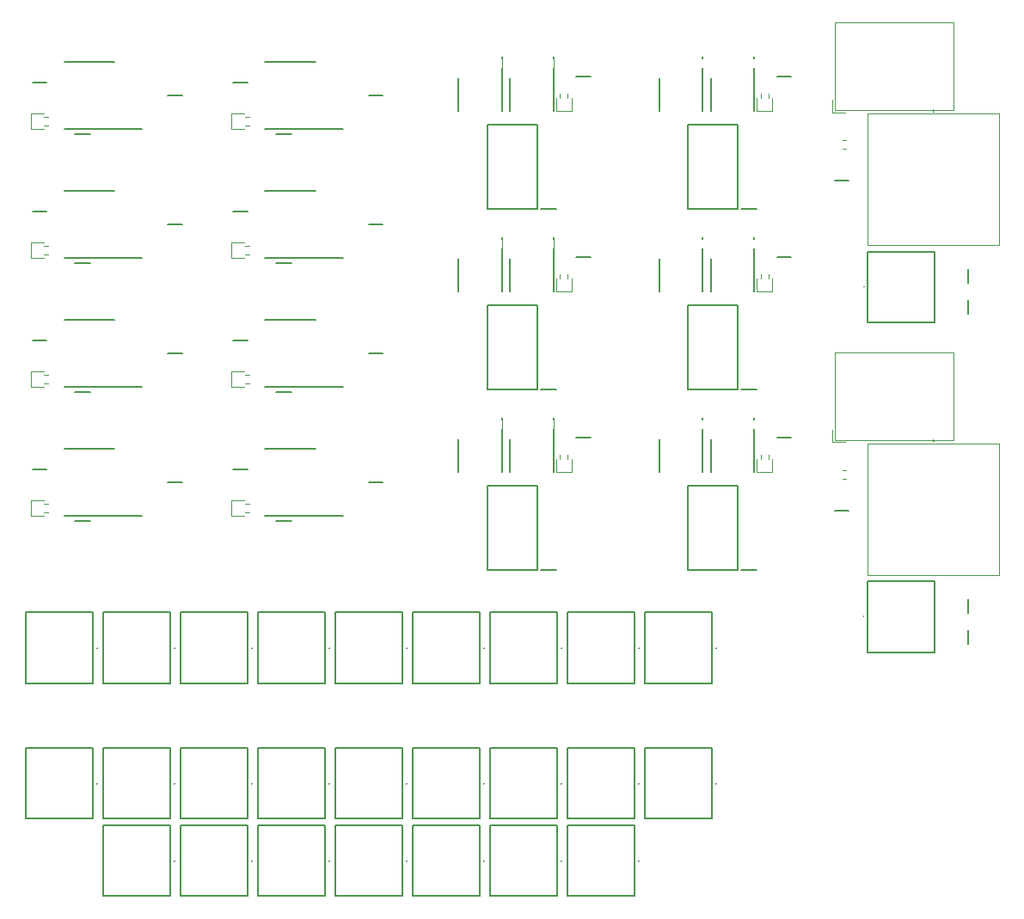
<source format=gto>
G04 #@! TF.GenerationSoftware,KiCad,Pcbnew,(5.1.8)-1*
G04 #@! TF.CreationDate,2021-05-15T20:45:05+09:00*
G04 #@! TF.ProjectId,test,74657374-2e6b-4696-9361-645f70636258,rev?*
G04 #@! TF.SameCoordinates,PX4c80f60PY7d04650*
G04 #@! TF.FileFunction,Legend,Top*
G04 #@! TF.FilePolarity,Positive*
%FSLAX46Y46*%
G04 Gerber Fmt 4.6, Leading zero omitted, Abs format (unit mm)*
G04 Created by KiCad (PCBNEW (5.1.8)-1) date 2021-05-15 20:45:05*
%MOMM*%
%LPD*%
G01*
G04 APERTURE LIST*
%ADD10C,0.120000*%
%ADD11C,0.200000*%
%ADD12C,0.100000*%
%ADD13C,1.120000*%
%ADD14R,1.700000X1.700000*%
%ADD15C,1.700000*%
%ADD16O,1.700000X1.700000*%
%ADD17R,0.800000X0.800000*%
%ADD18O,1.500000X2.300000*%
%ADD19R,1.500000X2.300000*%
%ADD20R,0.970000X1.470000*%
%ADD21R,1.145000X1.000000*%
%ADD22R,1.000000X1.145000*%
%ADD23R,2.400000X1.145000*%
%ADD24R,1.145000X2.400000*%
%ADD25R,4.190000X1.905000*%
%ADD26R,1.905000X4.190000*%
%ADD27R,1.050000X1.800000*%
%ADD28R,1.800000X1.050000*%
%ADD29R,1.850000X2.900000*%
%ADD30R,0.750000X0.940000*%
%ADD31R,1.525000X0.450000*%
%ADD32R,1.525000X0.650000*%
%ADD33R,2.390000X2.390000*%
%ADD34R,3.500000X1.850000*%
G04 APERTURE END LIST*
D10*
X74072000Y60166000D02*
X72548000Y60166000D01*
X74072000Y61436000D02*
X74072000Y60166000D01*
X72548000Y60166000D02*
X72548000Y61436000D01*
X74072000Y42386000D02*
X72548000Y42386000D01*
X72548000Y77946000D02*
X72548000Y79216000D01*
X74072000Y43656000D02*
X74072000Y42386000D01*
X74072000Y79216000D02*
X74072000Y77946000D01*
X74072000Y77946000D02*
X72548000Y77946000D01*
X72548000Y42386000D02*
X72548000Y43656000D01*
X54292000Y60166000D02*
X52768000Y60166000D01*
X54292000Y61436000D02*
X54292000Y60166000D01*
X52768000Y60166000D02*
X52768000Y61436000D01*
X54292000Y42386000D02*
X52768000Y42386000D01*
X52768000Y77946000D02*
X52768000Y79216000D01*
X54292000Y43656000D02*
X54292000Y42386000D01*
X54292000Y79216000D02*
X54292000Y77946000D01*
X54292000Y77946000D02*
X52768000Y77946000D01*
X52768000Y42386000D02*
X52768000Y43656000D01*
X20796000Y52292000D02*
X20796000Y50768000D01*
X22066000Y64992000D02*
X20796000Y64992000D01*
X20796000Y76168000D02*
X22066000Y76168000D01*
X20796000Y38068000D02*
X22066000Y38068000D01*
X20796000Y64992000D02*
X20796000Y63468000D01*
X20796000Y50768000D02*
X22066000Y50768000D01*
X22066000Y52292000D02*
X20796000Y52292000D01*
X20796000Y63468000D02*
X22066000Y63468000D01*
X22066000Y39592000D02*
X20796000Y39592000D01*
X20796000Y77692000D02*
X20796000Y76168000D01*
X20796000Y39592000D02*
X20796000Y38068000D01*
X22066000Y77692000D02*
X20796000Y77692000D01*
X1016000Y64992000D02*
X1016000Y63468000D01*
X1016000Y63468000D02*
X2286000Y63468000D01*
X2286000Y52292000D02*
X1016000Y52292000D01*
X1016000Y50768000D02*
X2286000Y50768000D01*
X2286000Y39592000D02*
X1016000Y39592000D01*
X1016000Y77692000D02*
X1016000Y76168000D01*
X2286000Y77692000D02*
X1016000Y77692000D01*
X1016000Y39592000D02*
X1016000Y38068000D01*
X2286000Y64992000D02*
X1016000Y64992000D01*
X1016000Y76168000D02*
X2286000Y76168000D01*
X1016000Y52292000D02*
X1016000Y50768000D01*
X1016000Y38068000D02*
X2286000Y38068000D01*
D11*
X52830000Y21585000D02*
X52830000Y28575000D01*
X52830000Y28575000D02*
X46230000Y28575000D01*
X46230000Y28575000D02*
X46230000Y21585000D01*
X46230000Y21585000D02*
X52830000Y21585000D01*
X53309000Y25043000D02*
G75*
G03*
X53309000Y25043000I-57000J0D01*
G01*
X68549000Y11708000D02*
G75*
G03*
X68549000Y11708000I-57000J0D01*
G01*
X61470000Y8250000D02*
X68070000Y8250000D01*
X61470000Y15240000D02*
X61470000Y8250000D01*
X68070000Y15240000D02*
X61470000Y15240000D01*
X68070000Y8250000D02*
X68070000Y15240000D01*
X37590000Y21585000D02*
X37590000Y28575000D01*
X37590000Y28575000D02*
X30990000Y28575000D01*
X30990000Y28575000D02*
X30990000Y21585000D01*
X30990000Y21585000D02*
X37590000Y21585000D01*
X38069000Y25043000D02*
G75*
G03*
X38069000Y25043000I-57000J0D01*
G01*
X22350000Y21585000D02*
X22350000Y28575000D01*
X22350000Y28575000D02*
X15750000Y28575000D01*
X15750000Y28575000D02*
X15750000Y21585000D01*
X15750000Y21585000D02*
X22350000Y21585000D01*
X22829000Y25043000D02*
G75*
G03*
X22829000Y25043000I-57000J0D01*
G01*
X7589000Y25043000D02*
G75*
G03*
X7589000Y25043000I-57000J0D01*
G01*
X510000Y21585000D02*
X7110000Y21585000D01*
X510000Y28575000D02*
X510000Y21585000D01*
X7110000Y28575000D02*
X510000Y28575000D01*
X7110000Y21585000D02*
X7110000Y28575000D01*
X60929000Y25043000D02*
G75*
G03*
X60929000Y25043000I-57000J0D01*
G01*
X53850000Y21585000D02*
X60450000Y21585000D01*
X53850000Y28575000D02*
X53850000Y21585000D01*
X60450000Y28575000D02*
X53850000Y28575000D01*
X60450000Y21585000D02*
X60450000Y28575000D01*
X45689000Y25043000D02*
G75*
G03*
X45689000Y25043000I-57000J0D01*
G01*
X38610000Y21585000D02*
X45210000Y21585000D01*
X38610000Y28575000D02*
X38610000Y21585000D01*
X45210000Y28575000D02*
X38610000Y28575000D01*
X45210000Y21585000D02*
X45210000Y28575000D01*
X30449000Y25043000D02*
G75*
G03*
X30449000Y25043000I-57000J0D01*
G01*
X23370000Y21585000D02*
X29970000Y21585000D01*
X23370000Y28575000D02*
X23370000Y21585000D01*
X29970000Y28575000D02*
X23370000Y28575000D01*
X29970000Y21585000D02*
X29970000Y28575000D01*
X15209000Y25043000D02*
G75*
G03*
X15209000Y25043000I-57000J0D01*
G01*
X8130000Y21585000D02*
X14730000Y21585000D01*
X8130000Y28575000D02*
X8130000Y21585000D01*
X14730000Y28575000D02*
X8130000Y28575000D01*
X14730000Y21585000D02*
X14730000Y28575000D01*
X38069000Y4088000D02*
G75*
G03*
X38069000Y4088000I-57000J0D01*
G01*
X30990000Y630000D02*
X37590000Y630000D01*
X30990000Y7620000D02*
X30990000Y630000D01*
X37590000Y7620000D02*
X30990000Y7620000D01*
X37590000Y630000D02*
X37590000Y7620000D01*
X29970000Y630000D02*
X29970000Y7620000D01*
X29970000Y7620000D02*
X23370000Y7620000D01*
X23370000Y7620000D02*
X23370000Y630000D01*
X23370000Y630000D02*
X29970000Y630000D01*
X30449000Y4088000D02*
G75*
G03*
X30449000Y4088000I-57000J0D01*
G01*
X22829000Y11708000D02*
G75*
G03*
X22829000Y11708000I-57000J0D01*
G01*
X15750000Y8250000D02*
X22350000Y8250000D01*
X15750000Y15240000D02*
X15750000Y8250000D01*
X22350000Y15240000D02*
X15750000Y15240000D01*
X22350000Y8250000D02*
X22350000Y15240000D01*
X7589000Y11708000D02*
G75*
G03*
X7589000Y11708000I-57000J0D01*
G01*
X510000Y8250000D02*
X7110000Y8250000D01*
X510000Y15240000D02*
X510000Y8250000D01*
X7110000Y15240000D02*
X510000Y15240000D01*
X7110000Y8250000D02*
X7110000Y15240000D01*
X60450000Y630000D02*
X60450000Y7620000D01*
X60450000Y7620000D02*
X53850000Y7620000D01*
X53850000Y7620000D02*
X53850000Y630000D01*
X53850000Y630000D02*
X60450000Y630000D01*
X60929000Y4088000D02*
G75*
G03*
X60929000Y4088000I-57000J0D01*
G01*
X14730000Y630000D02*
X14730000Y7620000D01*
X14730000Y7620000D02*
X8130000Y7620000D01*
X8130000Y7620000D02*
X8130000Y630000D01*
X8130000Y630000D02*
X14730000Y630000D01*
X15209000Y4088000D02*
G75*
G03*
X15209000Y4088000I-57000J0D01*
G01*
X45210000Y8250000D02*
X45210000Y15240000D01*
X45210000Y15240000D02*
X38610000Y15240000D01*
X38610000Y15240000D02*
X38610000Y8250000D01*
X38610000Y8250000D02*
X45210000Y8250000D01*
X45689000Y11708000D02*
G75*
G03*
X45689000Y11708000I-57000J0D01*
G01*
X53309000Y11708000D02*
G75*
G03*
X53309000Y11708000I-57000J0D01*
G01*
X46230000Y8250000D02*
X52830000Y8250000D01*
X46230000Y15240000D02*
X46230000Y8250000D01*
X52830000Y15240000D02*
X46230000Y15240000D01*
X52830000Y8250000D02*
X52830000Y15240000D01*
X14730000Y8250000D02*
X14730000Y15240000D01*
X14730000Y15240000D02*
X8130000Y15240000D01*
X8130000Y15240000D02*
X8130000Y8250000D01*
X8130000Y8250000D02*
X14730000Y8250000D01*
X15209000Y11708000D02*
G75*
G03*
X15209000Y11708000I-57000J0D01*
G01*
X53309000Y4088000D02*
G75*
G03*
X53309000Y4088000I-57000J0D01*
G01*
X46230000Y630000D02*
X52830000Y630000D01*
X46230000Y7620000D02*
X46230000Y630000D01*
X52830000Y7620000D02*
X46230000Y7620000D01*
X52830000Y630000D02*
X52830000Y7620000D01*
X45210000Y630000D02*
X45210000Y7620000D01*
X45210000Y7620000D02*
X38610000Y7620000D01*
X38610000Y7620000D02*
X38610000Y630000D01*
X38610000Y630000D02*
X45210000Y630000D01*
X45689000Y4088000D02*
G75*
G03*
X45689000Y4088000I-57000J0D01*
G01*
X29970000Y8250000D02*
X29970000Y15240000D01*
X29970000Y15240000D02*
X23370000Y15240000D01*
X23370000Y15240000D02*
X23370000Y8250000D01*
X23370000Y8250000D02*
X29970000Y8250000D01*
X30449000Y11708000D02*
G75*
G03*
X30449000Y11708000I-57000J0D01*
G01*
X38069000Y11708000D02*
G75*
G03*
X38069000Y11708000I-57000J0D01*
G01*
X30990000Y8250000D02*
X37590000Y8250000D01*
X30990000Y15240000D02*
X30990000Y8250000D01*
X37590000Y15240000D02*
X30990000Y15240000D01*
X37590000Y8250000D02*
X37590000Y15240000D01*
X60450000Y8250000D02*
X60450000Y15240000D01*
X60450000Y15240000D02*
X53850000Y15240000D01*
X53850000Y15240000D02*
X53850000Y8250000D01*
X53850000Y8250000D02*
X60450000Y8250000D01*
X60929000Y11708000D02*
G75*
G03*
X60929000Y11708000I-57000J0D01*
G01*
X22829000Y4088000D02*
G75*
G03*
X22829000Y4088000I-57000J0D01*
G01*
X15750000Y630000D02*
X22350000Y630000D01*
X15750000Y7620000D02*
X15750000Y630000D01*
X22350000Y7620000D02*
X15750000Y7620000D01*
X22350000Y630000D02*
X22350000Y7620000D01*
X68070000Y21585000D02*
X68070000Y28575000D01*
X68070000Y28575000D02*
X61470000Y28575000D01*
X61470000Y28575000D02*
X61470000Y21585000D01*
X61470000Y21585000D02*
X68070000Y21585000D01*
X68549000Y25043000D02*
G75*
G03*
X68549000Y25043000I-57000J0D01*
G01*
D12*
X81352000Y41764000D02*
X80952000Y41764000D01*
X81352000Y42564000D02*
X80952000Y42564000D01*
D11*
X83440000Y31628000D02*
X83440000Y24638000D01*
X83440000Y24638000D02*
X90040000Y24638000D01*
X90040000Y24638000D02*
X90040000Y31628000D01*
X90040000Y31628000D02*
X83440000Y31628000D01*
X83075000Y28170000D02*
G75*
G03*
X83075000Y28170000I-57000J0D01*
G01*
D10*
X79954000Y45325000D02*
X81194000Y45325000D01*
X79954000Y46565000D02*
X79954000Y45325000D01*
X91915000Y54185000D02*
X91915000Y45565000D01*
X80194000Y54185000D02*
X80194000Y45565000D01*
X80194000Y45565000D02*
X91915000Y45565000D01*
X80194000Y54185000D02*
X91915000Y54185000D01*
X96415000Y45235000D02*
X83415000Y45235000D01*
X96415000Y32235000D02*
X96415000Y45235000D01*
X83415000Y32235000D02*
X96415000Y32235000D01*
X83415000Y45235000D02*
X83415000Y32235000D01*
D11*
X89915000Y45535000D02*
X89915000Y45535000D01*
X89915000Y45435000D02*
X89915000Y45435000D01*
X89915000Y45535000D02*
X89915000Y45535000D01*
X89915000Y45435000D02*
G75*
G02*
X89915000Y45535000I0J50000D01*
G01*
X89915000Y45535000D02*
G75*
G02*
X89915000Y45435000I0J-50000D01*
G01*
X89915000Y45435000D02*
G75*
G02*
X89915000Y45535000I0J50000D01*
G01*
X93344000Y25462000D02*
X93344000Y26862000D01*
X81598000Y38608000D02*
X80198000Y38608000D01*
X93344000Y29910000D02*
X93344000Y28510000D01*
D12*
X81352000Y74244000D02*
X80952000Y74244000D01*
X81352000Y75044000D02*
X80952000Y75044000D01*
D11*
X83440000Y64108000D02*
X83440000Y57118000D01*
X83440000Y57118000D02*
X90040000Y57118000D01*
X90040000Y57118000D02*
X90040000Y64108000D01*
X90040000Y64108000D02*
X83440000Y64108000D01*
X83075000Y60650000D02*
G75*
G03*
X83075000Y60650000I-57000J0D01*
G01*
D10*
X79954000Y77805000D02*
X81194000Y77805000D01*
X79954000Y79045000D02*
X79954000Y77805000D01*
X91915000Y86665000D02*
X91915000Y78045000D01*
X80194000Y86665000D02*
X80194000Y78045000D01*
X80194000Y78045000D02*
X91915000Y78045000D01*
X80194000Y86665000D02*
X91915000Y86665000D01*
X96415000Y77715000D02*
X83415000Y77715000D01*
X96415000Y64715000D02*
X96415000Y77715000D01*
X83415000Y64715000D02*
X96415000Y64715000D01*
X83415000Y77715000D02*
X83415000Y64715000D01*
D11*
X89915000Y78015000D02*
X89915000Y78015000D01*
X89915000Y77915000D02*
X89915000Y77915000D01*
X89915000Y78015000D02*
X89915000Y78015000D01*
X89915000Y77915000D02*
G75*
G02*
X89915000Y78015000I0J50000D01*
G01*
X89915000Y78015000D02*
G75*
G02*
X89915000Y77915000I0J-50000D01*
G01*
X89915000Y77915000D02*
G75*
G02*
X89915000Y78015000I0J50000D01*
G01*
X93344000Y57942000D02*
X93344000Y59342000D01*
X81598000Y71088000D02*
X80198000Y71088000D01*
X93344000Y62390000D02*
X93344000Y60990000D01*
X72285000Y47745000D02*
X72285000Y42395000D01*
X67985000Y45620000D02*
X67985000Y42395000D01*
X74515000Y63595000D02*
X75915000Y63595000D01*
D12*
X73710000Y43710000D02*
X73710000Y44110000D01*
X72910000Y43710000D02*
X72910000Y44110000D01*
D11*
X72285000Y65525000D02*
X72285000Y60175000D01*
X67985000Y63400000D02*
X67985000Y60175000D01*
X70680000Y68335000D02*
X65780000Y68335000D01*
X65780000Y68335000D02*
X65780000Y76635000D01*
X65780000Y76635000D02*
X70680000Y76635000D01*
X70680000Y76635000D02*
X70680000Y68335000D01*
X72555000Y68335000D02*
X71030000Y68335000D01*
X74515000Y45815000D02*
X75915000Y45815000D01*
D12*
X72910000Y79270000D02*
X72910000Y79670000D01*
X73710000Y79270000D02*
X73710000Y79670000D01*
D11*
X74515000Y81375000D02*
X75915000Y81375000D01*
X72555000Y50555000D02*
X71030000Y50555000D01*
X70680000Y58855000D02*
X70680000Y50555000D01*
X65780000Y58855000D02*
X70680000Y58855000D01*
X65780000Y50555000D02*
X65780000Y58855000D01*
X70680000Y50555000D02*
X65780000Y50555000D01*
D12*
X73710000Y61490000D02*
X73710000Y61890000D01*
X72910000Y61490000D02*
X72910000Y61890000D01*
D11*
X70680000Y32775000D02*
X65780000Y32775000D01*
X65780000Y32775000D02*
X65780000Y41075000D01*
X65780000Y41075000D02*
X70680000Y41075000D01*
X70680000Y41075000D02*
X70680000Y32775000D01*
X72555000Y32775000D02*
X71030000Y32775000D01*
X67985000Y81180000D02*
X67985000Y77955000D01*
X72285000Y83305000D02*
X72285000Y77955000D01*
X62905000Y81180000D02*
X62905000Y77955000D01*
X67205000Y83305000D02*
X67205000Y77955000D01*
X62905000Y45620000D02*
X62905000Y42395000D01*
X67205000Y47745000D02*
X67205000Y42395000D01*
X67205000Y65525000D02*
X67205000Y60175000D01*
X62905000Y63400000D02*
X62905000Y60175000D01*
X52505000Y47745000D02*
X52505000Y42395000D01*
X48205000Y45620000D02*
X48205000Y42395000D01*
X54735000Y63595000D02*
X56135000Y63595000D01*
D12*
X53930000Y43710000D02*
X53930000Y44110000D01*
X53130000Y43710000D02*
X53130000Y44110000D01*
D11*
X52505000Y65525000D02*
X52505000Y60175000D01*
X48205000Y63400000D02*
X48205000Y60175000D01*
X50900000Y68335000D02*
X46000000Y68335000D01*
X46000000Y68335000D02*
X46000000Y76635000D01*
X46000000Y76635000D02*
X50900000Y76635000D01*
X50900000Y76635000D02*
X50900000Y68335000D01*
X52775000Y68335000D02*
X51250000Y68335000D01*
X54735000Y45815000D02*
X56135000Y45815000D01*
D12*
X53130000Y79270000D02*
X53130000Y79670000D01*
X53930000Y79270000D02*
X53930000Y79670000D01*
D11*
X54735000Y81375000D02*
X56135000Y81375000D01*
X52775000Y50555000D02*
X51250000Y50555000D01*
X50900000Y58855000D02*
X50900000Y50555000D01*
X46000000Y58855000D02*
X50900000Y58855000D01*
X46000000Y50555000D02*
X46000000Y58855000D01*
X50900000Y50555000D02*
X46000000Y50555000D01*
D12*
X53930000Y61490000D02*
X53930000Y61890000D01*
X53130000Y61490000D02*
X53130000Y61890000D01*
D11*
X50900000Y32775000D02*
X46000000Y32775000D01*
X46000000Y32775000D02*
X46000000Y41075000D01*
X46000000Y41075000D02*
X50900000Y41075000D01*
X50900000Y41075000D02*
X50900000Y32775000D01*
X52775000Y32775000D02*
X51250000Y32775000D01*
X48205000Y81180000D02*
X48205000Y77955000D01*
X52505000Y83305000D02*
X52505000Y77955000D01*
X43125000Y81180000D02*
X43125000Y77955000D01*
X47425000Y83305000D02*
X47425000Y77955000D01*
X43125000Y45620000D02*
X43125000Y42395000D01*
X47425000Y47745000D02*
X47425000Y42395000D01*
X47425000Y65525000D02*
X47425000Y60175000D01*
X43125000Y63400000D02*
X43125000Y60175000D01*
D12*
X22120000Y76530000D02*
X22520000Y76530000D01*
X22120000Y77330000D02*
X22520000Y77330000D01*
D11*
X35720000Y66770000D02*
X34320000Y66770000D01*
X22385000Y80740000D02*
X20985000Y80740000D01*
X35720000Y41370000D02*
X34320000Y41370000D01*
X35720000Y79470000D02*
X34320000Y79470000D01*
D12*
X22120000Y38430000D02*
X22520000Y38430000D01*
X22120000Y39230000D02*
X22520000Y39230000D01*
X22120000Y64630000D02*
X22520000Y64630000D01*
X22120000Y63830000D02*
X22520000Y63830000D01*
D11*
X35720000Y54070000D02*
X34320000Y54070000D01*
X22385000Y55340000D02*
X20985000Y55340000D01*
X25195000Y50300000D02*
X26720000Y50300000D01*
X25195000Y75700000D02*
X26720000Y75700000D01*
D12*
X22120000Y51930000D02*
X22520000Y51930000D01*
X22120000Y51130000D02*
X22520000Y51130000D01*
D11*
X22385000Y42640000D02*
X20985000Y42640000D01*
X31800000Y76170000D02*
X24100000Y76170000D01*
X29050000Y82770000D02*
X24100000Y82770000D01*
X22385000Y68040000D02*
X20985000Y68040000D01*
X31800000Y50770000D02*
X24100000Y50770000D01*
X29050000Y57370000D02*
X24100000Y57370000D01*
X29050000Y70070000D02*
X24100000Y70070000D01*
X31800000Y63470000D02*
X24100000Y63470000D01*
X25195000Y37600000D02*
X26720000Y37600000D01*
X25195000Y63000000D02*
X26720000Y63000000D01*
X29050000Y44670000D02*
X24100000Y44670000D01*
X31800000Y38070000D02*
X24100000Y38070000D01*
X5415000Y37600000D02*
X6940000Y37600000D01*
X12020000Y50770000D02*
X4320000Y50770000D01*
X9270000Y57370000D02*
X4320000Y57370000D01*
X9270000Y70070000D02*
X4320000Y70070000D01*
X12020000Y63470000D02*
X4320000Y63470000D01*
X5415000Y63000000D02*
X6940000Y63000000D01*
X9270000Y44670000D02*
X4320000Y44670000D01*
X12020000Y38070000D02*
X4320000Y38070000D01*
X5415000Y50300000D02*
X6940000Y50300000D01*
X12020000Y76170000D02*
X4320000Y76170000D01*
X9270000Y82770000D02*
X4320000Y82770000D01*
D12*
X2340000Y76530000D02*
X2740000Y76530000D01*
X2340000Y77330000D02*
X2740000Y77330000D01*
D11*
X5415000Y75700000D02*
X6940000Y75700000D01*
X2605000Y80740000D02*
X1205000Y80740000D01*
X15940000Y54070000D02*
X14540000Y54070000D01*
X15940000Y41370000D02*
X14540000Y41370000D01*
X15940000Y66770000D02*
X14540000Y66770000D01*
X15940000Y79470000D02*
X14540000Y79470000D01*
D12*
X2340000Y51930000D02*
X2740000Y51930000D01*
X2340000Y51130000D02*
X2740000Y51130000D01*
D11*
X2605000Y42640000D02*
X1205000Y42640000D01*
X2605000Y55340000D02*
X1205000Y55340000D01*
D12*
X2340000Y38430000D02*
X2740000Y38430000D01*
X2340000Y39230000D02*
X2740000Y39230000D01*
D11*
X2605000Y68040000D02*
X1205000Y68040000D01*
D12*
X2340000Y64630000D02*
X2740000Y64630000D01*
X2340000Y63830000D02*
X2740000Y63830000D01*
%LPC*%
D13*
X52070000Y25045000D03*
X49530000Y22505000D03*
X46990000Y25045000D03*
X62230000Y11710000D03*
X64770000Y9170000D03*
X67310000Y11710000D03*
X36830000Y25045000D03*
X34290000Y22505000D03*
X31750000Y25045000D03*
X21590000Y25045000D03*
X19050000Y22505000D03*
X16510000Y25045000D03*
D14*
X66040000Y17145000D03*
X66040000Y19685000D03*
D15*
X63500000Y19685000D03*
D16*
X60960000Y19685000D03*
X58420000Y19685000D03*
X55880000Y19685000D03*
X53340000Y19685000D03*
X50800000Y19685000D03*
X48260000Y19685000D03*
X45720000Y19685000D03*
X43180000Y19685000D03*
X40640000Y19685000D03*
X38100000Y19685000D03*
X35560000Y19685000D03*
X33020000Y19685000D03*
X30480000Y19685000D03*
X27940000Y19685000D03*
X25400000Y19685000D03*
X22860000Y19685000D03*
X20320000Y19685000D03*
X17780000Y19685000D03*
X15240000Y19685000D03*
X12700000Y19685000D03*
X10160000Y19685000D03*
X7620000Y19685000D03*
X5080000Y19685000D03*
X2540000Y19685000D03*
D13*
X1270000Y25045000D03*
X3810000Y22505000D03*
X6350000Y25045000D03*
D16*
X2540000Y17145000D03*
X5080000Y17145000D03*
X7620000Y17145000D03*
X10160000Y17145000D03*
X12700000Y17145000D03*
X15240000Y17145000D03*
X17780000Y17145000D03*
X20320000Y17145000D03*
X22860000Y17145000D03*
X25400000Y17145000D03*
X27940000Y17145000D03*
X30480000Y17145000D03*
X33020000Y17145000D03*
X35560000Y17145000D03*
X38100000Y17145000D03*
X40640000Y17145000D03*
X43180000Y17145000D03*
X45720000Y17145000D03*
X48260000Y17145000D03*
X50800000Y17145000D03*
X53340000Y17145000D03*
X55880000Y17145000D03*
X58420000Y17145000D03*
X60960000Y17145000D03*
D15*
X63500000Y17145000D03*
D13*
X54610000Y25045000D03*
X57150000Y22505000D03*
X59690000Y25045000D03*
X39370000Y25045000D03*
X41910000Y22505000D03*
X44450000Y25045000D03*
X24130000Y25045000D03*
X26670000Y22505000D03*
X29210000Y25045000D03*
X8890000Y25045000D03*
X11430000Y22505000D03*
X13970000Y25045000D03*
X31750000Y4090000D03*
X34290000Y1550000D03*
X36830000Y4090000D03*
X29210000Y4090000D03*
X26670000Y1550000D03*
X24130000Y4090000D03*
X16510000Y11710000D03*
X19050000Y9170000D03*
X21590000Y11710000D03*
X1270000Y11710000D03*
X3810000Y9170000D03*
X6350000Y11710000D03*
X59690000Y4090000D03*
X57150000Y1550000D03*
X54610000Y4090000D03*
X13970000Y4090000D03*
X11430000Y1550000D03*
X8890000Y4090000D03*
X44450000Y11710000D03*
X41910000Y9170000D03*
X39370000Y11710000D03*
X46990000Y11710000D03*
X49530000Y9170000D03*
X52070000Y11710000D03*
X13970000Y11710000D03*
X11430000Y9170000D03*
X8890000Y11710000D03*
X46990000Y4090000D03*
X49530000Y1550000D03*
X52070000Y4090000D03*
X44450000Y4090000D03*
X41910000Y1550000D03*
X39370000Y4090000D03*
X29210000Y11710000D03*
X26670000Y9170000D03*
X24130000Y11710000D03*
X31750000Y11710000D03*
X34290000Y9170000D03*
X36830000Y11710000D03*
X59690000Y11710000D03*
X57150000Y9170000D03*
X54610000Y11710000D03*
X16510000Y4090000D03*
X19050000Y1550000D03*
X21590000Y4090000D03*
X67310000Y25045000D03*
X64770000Y22505000D03*
X62230000Y25045000D03*
D16*
X81660000Y34290000D03*
X81660000Y31750000D03*
X81660000Y29210000D03*
D14*
X81660000Y26670000D03*
D17*
X80402000Y42164000D03*
X81902000Y42164000D03*
D13*
X89280000Y28168000D03*
X86740000Y30708000D03*
X84200000Y28168000D03*
D18*
X88645000Y47625000D03*
X86105000Y47625000D03*
D19*
X83565000Y47625000D03*
D20*
X93530000Y46990000D03*
X95190000Y46990000D03*
D21*
X94415000Y32835000D03*
D22*
X95815000Y36535000D03*
X95815000Y38735000D03*
X95815000Y41035000D03*
D21*
X94515000Y44635000D03*
D23*
X84715000Y38735000D03*
X84715000Y36435000D03*
D24*
X87625000Y33535000D03*
X87615000Y43935000D03*
X85345000Y43935000D03*
D23*
X84715000Y41035000D03*
D24*
X85345000Y33535000D03*
X89915000Y33535000D03*
D25*
X93315000Y34165000D03*
D26*
X94485000Y37635000D03*
X94485000Y42135000D03*
D24*
X89915000Y43935000D03*
D27*
X94894000Y26162000D03*
X91794000Y26162000D03*
D16*
X94360000Y49530000D03*
D14*
X94360000Y52070000D03*
D28*
X80898000Y37058000D03*
X80898000Y40158000D03*
D27*
X94894000Y29210000D03*
X91794000Y29210000D03*
D20*
X80322000Y44196000D03*
X81982000Y44196000D03*
D16*
X81660000Y66770000D03*
X81660000Y64230000D03*
X81660000Y61690000D03*
D14*
X81660000Y59150000D03*
D17*
X80402000Y74644000D03*
X81902000Y74644000D03*
D13*
X89280000Y60648000D03*
X86740000Y63188000D03*
X84200000Y60648000D03*
D18*
X88645000Y80105000D03*
X86105000Y80105000D03*
D19*
X83565000Y80105000D03*
D20*
X93530000Y79470000D03*
X95190000Y79470000D03*
D21*
X94415000Y65315000D03*
D22*
X95815000Y69015000D03*
X95815000Y71215000D03*
X95815000Y73515000D03*
D21*
X94515000Y77115000D03*
D23*
X84715000Y71215000D03*
X84715000Y68915000D03*
D24*
X87625000Y66015000D03*
X87615000Y76415000D03*
X85345000Y76415000D03*
D23*
X84715000Y73515000D03*
D24*
X85345000Y66015000D03*
X89915000Y66015000D03*
D25*
X93315000Y66645000D03*
D26*
X94485000Y70115000D03*
X94485000Y74615000D03*
D24*
X89915000Y76415000D03*
D27*
X94894000Y58642000D03*
X91794000Y58642000D03*
D16*
X94360000Y82010000D03*
D14*
X94360000Y84550000D03*
D28*
X80898000Y69538000D03*
X80898000Y72638000D03*
D27*
X94894000Y61690000D03*
X91794000Y61690000D03*
D20*
X80322000Y76676000D03*
X81982000Y76676000D03*
D16*
X74580000Y33750000D03*
D15*
X74580000Y36290000D03*
D16*
X74580000Y51530000D03*
D15*
X74580000Y54070000D03*
D16*
X61880000Y74390000D03*
X61880000Y71850000D03*
D15*
X61880000Y69310000D03*
D16*
X61880000Y82010000D03*
X61880000Y79470000D03*
D15*
X61880000Y76930000D03*
D16*
X74580000Y74390000D03*
D15*
X74580000Y76930000D03*
D16*
X69500000Y84550000D03*
X72040000Y84550000D03*
D14*
X74580000Y84550000D03*
D15*
X74580000Y41370000D03*
D16*
X74580000Y38830000D03*
X61880000Y46450000D03*
X61880000Y43910000D03*
D15*
X61880000Y41370000D03*
X61880000Y51530000D03*
D16*
X61880000Y54070000D03*
X61880000Y56610000D03*
X74580000Y56610000D03*
D15*
X74580000Y59150000D03*
X61880000Y33750000D03*
D16*
X61880000Y36290000D03*
X61880000Y38830000D03*
D15*
X61880000Y59150000D03*
D16*
X61880000Y61690000D03*
X61880000Y64230000D03*
D29*
X70135000Y42795000D03*
X70135000Y46295000D03*
D28*
X75215000Y65145000D03*
X75215000Y62045000D03*
D17*
X73310000Y44660000D03*
X73310000Y43160000D03*
D30*
X66895000Y47085000D03*
X68295000Y47085000D03*
D29*
X70135000Y60575000D03*
X70135000Y64075000D03*
D31*
X64668000Y68910000D03*
X64668000Y69560000D03*
X64668000Y70210000D03*
X64668000Y70860000D03*
X64668000Y71510000D03*
X64668000Y72160000D03*
X64668000Y72810000D03*
X64668000Y73460000D03*
X64668000Y74110000D03*
X64668000Y74760000D03*
X64668000Y75410000D03*
X64668000Y76060000D03*
X71792000Y76060000D03*
X71792000Y75410000D03*
X71792000Y74760000D03*
X71792000Y74110000D03*
X71792000Y73460000D03*
X71792000Y72810000D03*
X71792000Y72160000D03*
X71792000Y71510000D03*
X71792000Y70860000D03*
X71792000Y70210000D03*
X71792000Y69560000D03*
X71792000Y68910000D03*
D28*
X75215000Y47365000D03*
X75215000Y44265000D03*
D17*
X73310000Y78720000D03*
X73310000Y80220000D03*
D28*
X75215000Y79825000D03*
X75215000Y82925000D03*
D31*
X71792000Y51130000D03*
X71792000Y51780000D03*
X71792000Y52430000D03*
X71792000Y53080000D03*
X71792000Y53730000D03*
X71792000Y54380000D03*
X71792000Y55030000D03*
X71792000Y55680000D03*
X71792000Y56330000D03*
X71792000Y56980000D03*
X71792000Y57630000D03*
X71792000Y58280000D03*
X64668000Y58280000D03*
X64668000Y57630000D03*
X64668000Y56980000D03*
X64668000Y56330000D03*
X64668000Y55680000D03*
X64668000Y55030000D03*
X64668000Y54380000D03*
X64668000Y53730000D03*
X64668000Y53080000D03*
X64668000Y52430000D03*
X64668000Y51780000D03*
X64668000Y51130000D03*
D17*
X73310000Y62440000D03*
X73310000Y60940000D03*
D31*
X64668000Y33350000D03*
X64668000Y34000000D03*
X64668000Y34650000D03*
X64668000Y35300000D03*
X64668000Y35950000D03*
X64668000Y36600000D03*
X64668000Y37250000D03*
X64668000Y37900000D03*
X64668000Y38550000D03*
X64668000Y39200000D03*
X64668000Y39850000D03*
X64668000Y40500000D03*
X71792000Y40500000D03*
X71792000Y39850000D03*
X71792000Y39200000D03*
X71792000Y38550000D03*
X71792000Y37900000D03*
X71792000Y37250000D03*
X71792000Y36600000D03*
X71792000Y35950000D03*
X71792000Y35300000D03*
X71792000Y34650000D03*
X71792000Y34000000D03*
X71792000Y33350000D03*
D29*
X70135000Y81855000D03*
X70135000Y78355000D03*
D30*
X66895000Y82645000D03*
X68295000Y82645000D03*
X71975000Y82645000D03*
X73375000Y82645000D03*
D29*
X65055000Y81855000D03*
X65055000Y78355000D03*
D30*
X71975000Y47085000D03*
X73375000Y47085000D03*
D29*
X65055000Y46295000D03*
X65055000Y42795000D03*
D30*
X71975000Y64865000D03*
X73375000Y64865000D03*
D29*
X65055000Y60575000D03*
X65055000Y64075000D03*
D30*
X66895000Y64865000D03*
X68295000Y64865000D03*
D15*
X74580000Y71850000D03*
D16*
X74580000Y69310000D03*
X54800000Y33750000D03*
D15*
X54800000Y36290000D03*
D16*
X54800000Y51530000D03*
D15*
X54800000Y54070000D03*
D16*
X42100000Y74390000D03*
X42100000Y71850000D03*
D15*
X42100000Y69310000D03*
D16*
X42100000Y82010000D03*
X42100000Y79470000D03*
D15*
X42100000Y76930000D03*
D16*
X54800000Y74390000D03*
D15*
X54800000Y76930000D03*
D16*
X49720000Y84550000D03*
X52260000Y84550000D03*
D14*
X54800000Y84550000D03*
D15*
X54800000Y41370000D03*
D16*
X54800000Y38830000D03*
X42100000Y46450000D03*
X42100000Y43910000D03*
D15*
X42100000Y41370000D03*
X42100000Y51530000D03*
D16*
X42100000Y54070000D03*
X42100000Y56610000D03*
X54800000Y56610000D03*
D15*
X54800000Y59150000D03*
X42100000Y33750000D03*
D16*
X42100000Y36290000D03*
X42100000Y38830000D03*
D15*
X42100000Y59150000D03*
D16*
X42100000Y61690000D03*
X42100000Y64230000D03*
D29*
X50355000Y42795000D03*
X50355000Y46295000D03*
D28*
X55435000Y65145000D03*
X55435000Y62045000D03*
D17*
X53530000Y44660000D03*
X53530000Y43160000D03*
D30*
X47115000Y47085000D03*
X48515000Y47085000D03*
D29*
X50355000Y60575000D03*
X50355000Y64075000D03*
D31*
X44888000Y68910000D03*
X44888000Y69560000D03*
X44888000Y70210000D03*
X44888000Y70860000D03*
X44888000Y71510000D03*
X44888000Y72160000D03*
X44888000Y72810000D03*
X44888000Y73460000D03*
X44888000Y74110000D03*
X44888000Y74760000D03*
X44888000Y75410000D03*
X44888000Y76060000D03*
X52012000Y76060000D03*
X52012000Y75410000D03*
X52012000Y74760000D03*
X52012000Y74110000D03*
X52012000Y73460000D03*
X52012000Y72810000D03*
X52012000Y72160000D03*
X52012000Y71510000D03*
X52012000Y70860000D03*
X52012000Y70210000D03*
X52012000Y69560000D03*
X52012000Y68910000D03*
D28*
X55435000Y47365000D03*
X55435000Y44265000D03*
D17*
X53530000Y78720000D03*
X53530000Y80220000D03*
D28*
X55435000Y79825000D03*
X55435000Y82925000D03*
D31*
X52012000Y51130000D03*
X52012000Y51780000D03*
X52012000Y52430000D03*
X52012000Y53080000D03*
X52012000Y53730000D03*
X52012000Y54380000D03*
X52012000Y55030000D03*
X52012000Y55680000D03*
X52012000Y56330000D03*
X52012000Y56980000D03*
X52012000Y57630000D03*
X52012000Y58280000D03*
X44888000Y58280000D03*
X44888000Y57630000D03*
X44888000Y56980000D03*
X44888000Y56330000D03*
X44888000Y55680000D03*
X44888000Y55030000D03*
X44888000Y54380000D03*
X44888000Y53730000D03*
X44888000Y53080000D03*
X44888000Y52430000D03*
X44888000Y51780000D03*
X44888000Y51130000D03*
D17*
X53530000Y62440000D03*
X53530000Y60940000D03*
D31*
X44888000Y33350000D03*
X44888000Y34000000D03*
X44888000Y34650000D03*
X44888000Y35300000D03*
X44888000Y35950000D03*
X44888000Y36600000D03*
X44888000Y37250000D03*
X44888000Y37900000D03*
X44888000Y38550000D03*
X44888000Y39200000D03*
X44888000Y39850000D03*
X44888000Y40500000D03*
X52012000Y40500000D03*
X52012000Y39850000D03*
X52012000Y39200000D03*
X52012000Y38550000D03*
X52012000Y37900000D03*
X52012000Y37250000D03*
X52012000Y36600000D03*
X52012000Y35950000D03*
X52012000Y35300000D03*
X52012000Y34650000D03*
X52012000Y34000000D03*
X52012000Y33350000D03*
D29*
X50355000Y81855000D03*
X50355000Y78355000D03*
D30*
X47115000Y82645000D03*
X48515000Y82645000D03*
X52195000Y82645000D03*
X53595000Y82645000D03*
D29*
X45275000Y81855000D03*
X45275000Y78355000D03*
D30*
X52195000Y47085000D03*
X53595000Y47085000D03*
D29*
X45275000Y46295000D03*
X45275000Y42795000D03*
D30*
X52195000Y64865000D03*
X53595000Y64865000D03*
D29*
X45275000Y60575000D03*
X45275000Y64075000D03*
D30*
X47115000Y64865000D03*
X48515000Y64865000D03*
D15*
X54800000Y71850000D03*
D16*
X54800000Y69310000D03*
D17*
X21570000Y76930000D03*
X23070000Y76930000D03*
D28*
X35020000Y68320000D03*
X35020000Y65220000D03*
X21685000Y79190000D03*
X21685000Y82290000D03*
X35020000Y42920000D03*
X35020000Y39820000D03*
X35020000Y77920000D03*
X35020000Y81020000D03*
D17*
X21570000Y38830000D03*
X23070000Y38830000D03*
X23070000Y64230000D03*
X21570000Y64230000D03*
D30*
X33180000Y43910000D03*
X31780000Y43910000D03*
X31780000Y51530000D03*
X33180000Y51530000D03*
D28*
X35020000Y52520000D03*
X35020000Y55620000D03*
X21685000Y53790000D03*
X21685000Y56890000D03*
D30*
X31780000Y38830000D03*
X33180000Y38830000D03*
D32*
X25958000Y49625000D03*
X25958000Y48355000D03*
X25958000Y47085000D03*
X25958000Y45815000D03*
X31382000Y45815000D03*
X31382000Y47085000D03*
X31382000Y48355000D03*
X31382000Y49625000D03*
D33*
X28670000Y47720000D03*
X28670000Y73120000D03*
D32*
X31382000Y75025000D03*
X31382000Y73755000D03*
X31382000Y72485000D03*
X31382000Y71215000D03*
X25958000Y71215000D03*
X25958000Y72485000D03*
X25958000Y73755000D03*
X25958000Y75025000D03*
D17*
X23070000Y51530000D03*
X21570000Y51530000D03*
D28*
X21685000Y44190000D03*
X21685000Y41090000D03*
D30*
X31780000Y64230000D03*
X33180000Y64230000D03*
X33180000Y76930000D03*
X31780000Y76930000D03*
D34*
X30050000Y79470000D03*
X24750000Y79470000D03*
D28*
X21685000Y69590000D03*
X21685000Y66490000D03*
D15*
X35020000Y74390000D03*
D16*
X35020000Y71850000D03*
D30*
X31780000Y56610000D03*
X33180000Y56610000D03*
D14*
X35020000Y84550000D03*
D16*
X32480000Y84550000D03*
X29940000Y84550000D03*
D15*
X35020000Y48990000D03*
D16*
X35020000Y46450000D03*
X35020000Y33750000D03*
D15*
X35020000Y36290000D03*
D14*
X22320000Y46450000D03*
D16*
X22320000Y48990000D03*
D15*
X22320000Y71850000D03*
D16*
X22320000Y74390000D03*
D34*
X24750000Y54070000D03*
X30050000Y54070000D03*
D16*
X22320000Y36290000D03*
D15*
X22320000Y33750000D03*
D16*
X22320000Y61690000D03*
D15*
X22320000Y59150000D03*
D34*
X30050000Y66770000D03*
X24750000Y66770000D03*
D32*
X25958000Y36925000D03*
X25958000Y35655000D03*
X25958000Y34385000D03*
X25958000Y33115000D03*
X31382000Y33115000D03*
X31382000Y34385000D03*
X31382000Y35655000D03*
X31382000Y36925000D03*
D33*
X28670000Y35020000D03*
D30*
X31780000Y69310000D03*
X33180000Y69310000D03*
D16*
X35020000Y59150000D03*
D15*
X35020000Y61690000D03*
D30*
X31780000Y82010000D03*
X33180000Y82010000D03*
D33*
X28670000Y60420000D03*
D32*
X31382000Y62325000D03*
X31382000Y61055000D03*
X31382000Y59785000D03*
X31382000Y58515000D03*
X25958000Y58515000D03*
X25958000Y59785000D03*
X25958000Y61055000D03*
X25958000Y62325000D03*
D34*
X30050000Y41370000D03*
X24750000Y41370000D03*
D16*
X10160000Y84550000D03*
X12700000Y84550000D03*
D14*
X15240000Y84550000D03*
D16*
X15240000Y71850000D03*
D15*
X15240000Y74390000D03*
D16*
X15240000Y46450000D03*
D15*
X15240000Y48990000D03*
X15240000Y36290000D03*
D16*
X15240000Y33750000D03*
D15*
X2540000Y33750000D03*
D16*
X2540000Y36290000D03*
X2540000Y48990000D03*
D14*
X2540000Y46450000D03*
D15*
X2540000Y59150000D03*
D16*
X2540000Y61690000D03*
D15*
X15240000Y61690000D03*
D16*
X15240000Y59150000D03*
D30*
X13400000Y56610000D03*
X12000000Y56610000D03*
X13400000Y69310000D03*
X12000000Y69310000D03*
D16*
X2540000Y74390000D03*
D15*
X2540000Y71850000D03*
D30*
X13400000Y82010000D03*
X12000000Y82010000D03*
D33*
X8890000Y35020000D03*
D32*
X11602000Y36925000D03*
X11602000Y35655000D03*
X11602000Y34385000D03*
X11602000Y33115000D03*
X6178000Y33115000D03*
X6178000Y34385000D03*
X6178000Y35655000D03*
X6178000Y36925000D03*
D34*
X10270000Y54070000D03*
X4970000Y54070000D03*
X4970000Y66770000D03*
X10270000Y66770000D03*
D32*
X6178000Y62325000D03*
X6178000Y61055000D03*
X6178000Y59785000D03*
X6178000Y58515000D03*
X11602000Y58515000D03*
X11602000Y59785000D03*
X11602000Y61055000D03*
X11602000Y62325000D03*
D33*
X8890000Y60420000D03*
D34*
X4970000Y41370000D03*
X10270000Y41370000D03*
D33*
X8890000Y47720000D03*
D32*
X11602000Y49625000D03*
X11602000Y48355000D03*
X11602000Y47085000D03*
X11602000Y45815000D03*
X6178000Y45815000D03*
X6178000Y47085000D03*
X6178000Y48355000D03*
X6178000Y49625000D03*
D30*
X12000000Y76930000D03*
X13400000Y76930000D03*
D34*
X4970000Y79470000D03*
X10270000Y79470000D03*
D17*
X3290000Y76930000D03*
X1790000Y76930000D03*
D32*
X6178000Y75025000D03*
X6178000Y73755000D03*
X6178000Y72485000D03*
X6178000Y71215000D03*
X11602000Y71215000D03*
X11602000Y72485000D03*
X11602000Y73755000D03*
X11602000Y75025000D03*
D33*
X8890000Y73120000D03*
D28*
X1905000Y82290000D03*
X1905000Y79190000D03*
D30*
X13400000Y51530000D03*
X12000000Y51530000D03*
D28*
X15240000Y55620000D03*
X15240000Y52520000D03*
X15240000Y39820000D03*
X15240000Y42920000D03*
X15240000Y65220000D03*
X15240000Y68320000D03*
X15240000Y81020000D03*
X15240000Y77920000D03*
D17*
X1790000Y51530000D03*
X3290000Y51530000D03*
D28*
X1905000Y41090000D03*
X1905000Y44190000D03*
X1905000Y56890000D03*
X1905000Y53790000D03*
D17*
X3290000Y38830000D03*
X1790000Y38830000D03*
D30*
X13400000Y64230000D03*
X12000000Y64230000D03*
D28*
X1905000Y66490000D03*
X1905000Y69590000D03*
D17*
X1790000Y64230000D03*
X3290000Y64230000D03*
D30*
X13400000Y38830000D03*
X12000000Y38830000D03*
X12000000Y43910000D03*
X13400000Y43910000D03*
M02*

</source>
